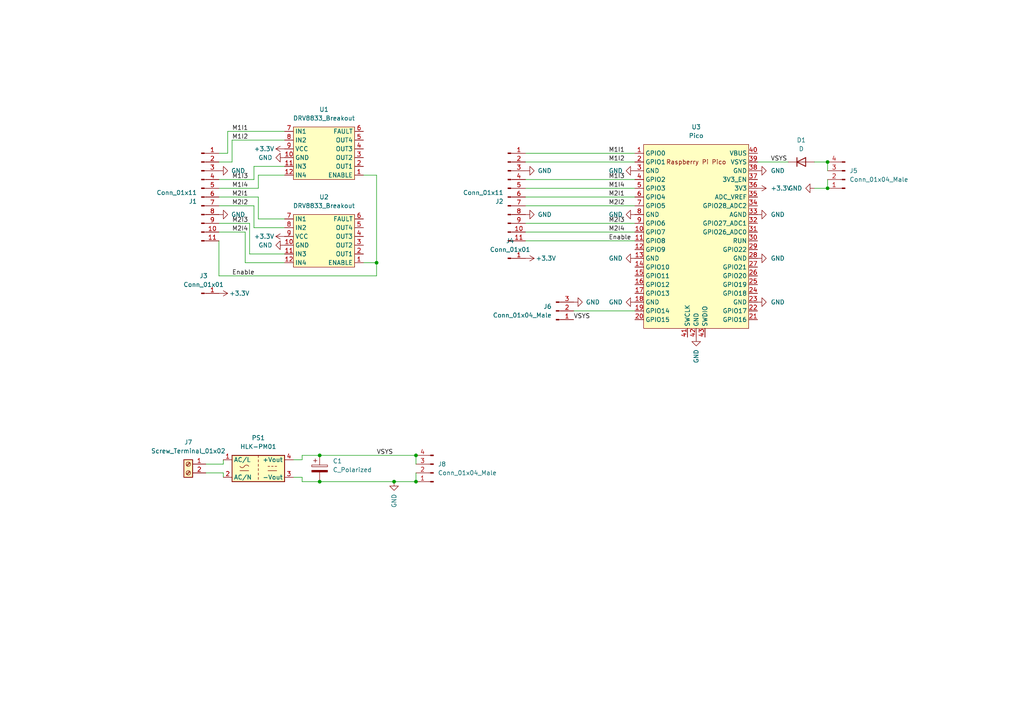
<source format=kicad_sch>
(kicad_sch (version 20211123) (generator eeschema)
  (paper "A4")
  (lib_symbols
    (symbol "Connector:Conn_01x01_Male" (pin_names (offset 1.016) hide)
      (property "Reference" "J" (at 0 2.54 0))
      (property "Value" "Conn_01x01_Male" (at 0 -2.54 0))
      (symbol "Conn_01x01_Male_1_1"
        (polyline (pts (xy 1.27 0) (xy 0.8636 0)) (stroke (width 0.1524)))
        (rectangle (start 0.8636 0.127) (end 0 -0.127) (stroke (width 0.1524)) (fill (type outline)))
        (pin passive line (at 5.08 0 180) (length 3.81) (name "Pin_1") (number "1"))
      )
    )
    (symbol "Connector:Conn_01x03_Male" (pin_names (offset 1.016) hide)
      (property "Reference" "J" (at 0 5.08 0))
      (property "Value" "Conn_01x03_Male" (at 0 -5.08 0))
      (symbol "Conn_01x03_Male_1_1"
        (polyline (pts (xy 1.27 -2.54) (xy 0.8636 -2.54)) (stroke (width 0.1524)))
        (polyline (pts (xy 1.27 0) (xy 0.8636 0)) (stroke (width 0.1524)))
        (polyline (pts (xy 1.27 2.54) (xy 0.8636 2.54)) (stroke (width 0.1524)))
        (rectangle (start 0.8636 -2.413) (end 0 -2.667) (stroke (width 0.1524)) (fill (type outline)))
        (rectangle (start 0.8636 0.127) (end 0 -0.127) (stroke (width 0.1524)) (fill (type outline)))
        (rectangle (start 0.8636 2.667) (end 0 2.413) (stroke (width 0.1524)) (fill (type outline)))
        (pin passive line (at 5.08 2.54 180) (length 3.81) (name "Pin_1") (number "1"))
        (pin passive line (at 5.08 0 180) (length 3.81) (name "Pin_2") (number "2"))
        (pin passive line (at 5.08 -2.54 180) (length 3.81) (name "Pin_3") (number "3"))
      )
    )
    (symbol "Connector:Conn_01x04_Male" (pin_names (offset 1.016) hide)
      (property "Reference" "J" (at 0 5.08 0))
      (property "Value" "Conn_01x04_Male" (at 0 -7.62 0))
      (symbol "Conn_01x04_Male_1_1"
        (polyline (pts (xy 1.27 -5.08) (xy 0.8636 -5.08)) (stroke (width 0.1524)))
        (polyline (pts (xy 1.27 -2.54) (xy 0.8636 -2.54)) (stroke (width 0.1524)))
        (polyline (pts (xy 1.27 0) (xy 0.8636 0)) (stroke (width 0.1524)))
        (polyline (pts (xy 1.27 2.54) (xy 0.8636 2.54)) (stroke (width 0.1524)))
        (rectangle (start 0.8636 -4.953) (end 0 -5.207) (stroke (width 0.1524)) (fill (type outline)))
        (rectangle (start 0.8636 -2.413) (end 0 -2.667) (stroke (width 0.1524)) (fill (type outline)))
        (rectangle (start 0.8636 0.127) (end 0 -0.127) (stroke (width 0.1524)) (fill (type outline)))
        (rectangle (start 0.8636 2.667) (end 0 2.413) (stroke (width 0.1524)) (fill (type outline)))
        (pin passive line (at 5.08 2.54 180) (length 3.81) (name "Pin_1") (number "1"))
        (pin passive line (at 5.08 0 180) (length 3.81) (name "Pin_2") (number "2"))
        (pin passive line (at 5.08 -2.54 180) (length 3.81) (name "Pin_3") (number "3"))
        (pin passive line (at 5.08 -5.08 180) (length 3.81) (name "Pin_4") (number "4"))
      )
    )
    (symbol "Connector:Conn_01x11_Male" (pin_names (offset 1.016) hide)
      (property "Reference" "J" (at 0 15.24 0))
      (property "Value" "Conn_01x11_Male" (at 0 -15.24 0))
      (symbol "Conn_01x11_Male_1_1"
        (polyline (pts (xy 1.27 -12.7) (xy 0.8636 -12.7)) (stroke (width 0.1524)))
        (polyline (pts (xy 1.27 -10.16) (xy 0.8636 -10.16)) (stroke (width 0.1524)))
        (polyline (pts (xy 1.27 -7.62) (xy 0.8636 -7.62)) (stroke (width 0.1524)))
        (polyline (pts (xy 1.27 -5.08) (xy 0.8636 -5.08)) (stroke (width 0.1524)))
        (polyline (pts (xy 1.27 -2.54) (xy 0.8636 -2.54)) (stroke (width 0.1524)))
        (polyline (pts (xy 1.27 0) (xy 0.8636 0)) (stroke (width 0.1524)))
        (polyline (pts (xy 1.27 2.54) (xy 0.8636 2.54)) (stroke (width 0.1524)))
        (polyline (pts (xy 1.27 5.08) (xy 0.8636 5.08)) (stroke (width 0.1524)))
        (polyline (pts (xy 1.27 7.62) (xy 0.8636 7.62)) (stroke (width 0.1524)))
        (polyline (pts (xy 1.27 10.16) (xy 0.8636 10.16)) (stroke (width 0.1524)))
        (polyline (pts (xy 1.27 12.7) (xy 0.8636 12.7)) (stroke (width 0.1524)))
        (rectangle (start 0.8636 -12.573) (end 0 -12.827) (stroke (width 0.1524)) (fill (type outline)))
        (rectangle (start 0.8636 -10.033) (end 0 -10.287) (stroke (width 0.1524)) (fill (type outline)))
        (rectangle (start 0.8636 -7.493) (end 0 -7.747) (stroke (width 0.1524)) (fill (type outline)))
        (rectangle (start 0.8636 -4.953) (end 0 -5.207) (stroke (width 0.1524)) (fill (type outline)))
        (rectangle (start 0.8636 -2.413) (end 0 -2.667) (stroke (width 0.1524)) (fill (type outline)))
        (rectangle (start 0.8636 0.127) (end 0 -0.127) (stroke (width 0.1524)) (fill (type outline)))
        (rectangle (start 0.8636 2.667) (end 0 2.413) (stroke (width 0.1524)) (fill (type outline)))
        (rectangle (start 0.8636 5.207) (end 0 4.953) (stroke (width 0.1524)) (fill (type outline)))
        (rectangle (start 0.8636 7.747) (end 0 7.493) (stroke (width 0.1524)) (fill (type outline)))
        (rectangle (start 0.8636 10.287) (end 0 10.033) (stroke (width 0.1524)) (fill (type outline)))
        (rectangle (start 0.8636 12.827) (end 0 12.573) (stroke (width 0.1524)) (fill (type outline)))
        (pin passive line (at 5.08 12.7 180) (length 3.81) (name "Pin_1") (number "1"))
        (pin passive line (at 5.08 -10.16 180) (length 3.81) (name "Pin_10") (number "10"))
        (pin passive line (at 5.08 -12.7 180) (length 3.81) (name "Pin_11") (number "11"))
        (pin passive line (at 5.08 10.16 180) (length 3.81) (name "Pin_2") (number "2"))
        (pin passive line (at 5.08 7.62 180) (length 3.81) (name "Pin_3") (number "3"))
        (pin passive line (at 5.08 5.08 180) (length 3.81) (name "Pin_4") (number "4"))
        (pin passive line (at 5.08 2.54 180) (length 3.81) (name "Pin_5") (number "5"))
        (pin passive line (at 5.08 0 180) (length 3.81) (name "Pin_6") (number "6"))
        (pin passive line (at 5.08 -2.54 180) (length 3.81) (name "Pin_7") (number "7"))
        (pin passive line (at 5.08 -5.08 180) (length 3.81) (name "Pin_8") (number "8"))
        (pin passive line (at 5.08 -7.62 180) (length 3.81) (name "Pin_9") (number "9"))
      )
    )
    (symbol "Connector:Screw_Terminal_01x02" (pin_names (offset 1.016) hide)
      (property "Reference" "J" (at 0 2.54 0))
      (property "Value" "Screw_Terminal_01x02" (at 0 -5.08 0))
      (symbol "Screw_Terminal_01x02_1_1"
        (rectangle (start -1.27 1.27) (end 1.27 -3.81) (stroke (width 0.254)) (fill (type background)))
        (circle (center 0 -2.54) (radius 0.635) (stroke (width 0.1524)))
        (polyline (pts (xy -0.5334 -2.2098) (xy 0.3302 -3.048)) (stroke (width 0.1524)))
        (polyline (pts (xy -0.5334 0.3302) (xy 0.3302 -0.508)) (stroke (width 0.1524)))
        (polyline (pts (xy -0.3556 -2.032) (xy 0.508 -2.8702)) (stroke (width 0.1524)))
        (polyline (pts (xy -0.3556 0.508) (xy 0.508 -0.3302)) (stroke (width 0.1524)))
        (circle (center 0 0) (radius 0.635) (stroke (width 0.1524)))
        (pin passive line (at -5.08 0 0) (length 3.81) (name "Pin_1") (number "1"))
        (pin passive line (at -5.08 -2.54 0) (length 3.81) (name "Pin_2") (number "2"))
      )
    )
    (symbol "Converter_ACDC:HLK-PM01"
      (property "Reference" "PS" (at 0 5.08 0))
      (property "Value" "HLK-PM01" (at 0 -5.08 0))
      (symbol "HLK-PM01_0_1"
        (rectangle (start -7.62 3.81) (end 7.62 -3.81) (stroke (width 0.254)) (fill (type background)))
        (arc (start -5.334 0.635) (mid -4.699 0.2495) (end -4.064 0.635))
        (arc (start -2.794 0.635) (mid -3.429 1.0072) (end -4.064 0.635))
        (polyline (pts (xy -5.334 -0.635) (xy -2.794 -0.635)))
        (polyline (pts (xy 0 -2.54) (xy 0 -3.175)))
        (polyline (pts (xy 0 -1.27) (xy 0 -1.905)))
        (polyline (pts (xy 0 0) (xy 0 -0.635)))
        (polyline (pts (xy 0 1.27) (xy 0 0.635)))
        (polyline (pts (xy 0 2.54) (xy 0 1.905)))
        (polyline (pts (xy 0 3.81) (xy 0 3.175)))
        (polyline (pts (xy 2.794 -0.635) (xy 5.334 -0.635)))
        (polyline (pts (xy 2.794 0.635) (xy 3.302 0.635)))
        (polyline (pts (xy 3.81 0.635) (xy 4.318 0.635)))
        (polyline (pts (xy 4.826 0.635) (xy 5.334 0.635)))
      )
      (symbol "HLK-PM01_1_1"
        (pin power_in line (at -10.16 2.54 0) (length 2.54) (name "AC/L") (number "1"))
        (pin power_in line (at -10.16 -2.54 0) (length 2.54) (name "AC/N") (number "2"))
        (pin power_out line (at 10.16 -2.54 180) (length 2.54) (name "-Vout") (number "3"))
        (pin power_out line (at 10.16 2.54 180) (length 2.54) (name "+Vout") (number "4"))
      )
    )
    (symbol "CustomSymbols:DRV8833_Breakout"
      (property "Reference" "U" (at 0 0 0))
      (property "Value" "DRV8833_Breakout" (at 0 0 0))
      (symbol "DRV8833_Breakout_0_1"
        (rectangle (start -8.89 7.62) (end 8.89 -7.62) (fill (type background)))
      )
      (symbol "DRV8833_Breakout_1_1"
        (pin input line (at -11.43 6.35 0) (length 2.54) (name "ENABLE") (number "1"))
        (pin power_in line (at 11.43 1.27 180) (length 2.54) (name "GND") (number "10"))
        (pin input line (at 11.43 3.81 180) (length 2.54) (name "IN3") (number "11"))
        (pin input line (at 11.43 6.35 180) (length 2.54) (name "IN4") (number "12"))
        (pin output line (at -11.43 3.81 0) (length 2.54) (name "OUT1") (number "2"))
        (pin output line (at -11.43 1.27 0) (length 2.54) (name "OUT2") (number "3"))
        (pin output line (at -11.43 -1.27 0) (length 2.54) (name "OUT3") (number "4"))
        (pin output line (at -11.43 -3.81 0) (length 2.54) (name "OUT4") (number "5"))
        (pin output line (at -11.43 -6.35 0) (length 2.54) (name "FAULT") (number "6"))
        (pin input line (at 11.43 -6.35 180) (length 2.54) (name "IN1") (number "7"))
        (pin input line (at 11.43 -3.81 180) (length 2.54) (name "IN2") (number "8"))
        (pin power_in line (at 11.43 -1.27 180) (length 2.54) (name "VCC") (number "9"))
      )
    )
    (symbol "DRV8833_Breakout_1"
      (property "Reference" "U" (at 0 0 0))
      (property "Value" "DRV8833_Breakout_1" (at 0 0 0))
      (symbol "DRV8833_Breakout_1_0_1"
        (rectangle (start -8.89 7.62) (end 8.89 -7.62) (fill (type background)))
      )
      (symbol "DRV8833_Breakout_1_1_1"
        (pin input line (at -11.43 6.35 0) (length 2.54) (name "ENABLE") (number "1"))
        (pin power_in line (at 11.43 1.27 180) (length 2.54) (name "GND") (number "10"))
        (pin input line (at 11.43 3.81 180) (length 2.54) (name "IN3") (number "11"))
        (pin input line (at 11.43 6.35 180) (length 2.54) (name "IN4") (number "12"))
        (pin output line (at -11.43 3.81 0) (length 2.54) (name "OUT1") (number "2"))
        (pin output line (at -11.43 1.27 0) (length 2.54) (name "OUT2") (number "3"))
        (pin output line (at -11.43 -1.27 0) (length 2.54) (name "OUT3") (number "4"))
        (pin output line (at -11.43 -3.81 0) (length 2.54) (name "OUT4") (number "5"))
        (pin output line (at -11.43 -6.35 0) (length 2.54) (name "FAULT") (number "6"))
        (pin input line (at 11.43 -6.35 180) (length 2.54) (name "IN1") (number "7"))
        (pin input line (at 11.43 -3.81 180) (length 2.54) (name "IN2") (number "8"))
        (pin power_in line (at 11.43 -1.27 180) (length 2.54) (name "VCC") (number "9"))
      )
    )
    (symbol "Device:C_Polarized" (pin_numbers hide) (pin_names (offset 0.254))
      (property "Reference" "C" (at 0.635 2.54 0))
      (property "Value" "C_Polarized" (at 0.635 -2.54 0))
      (symbol "C_Polarized_0_1"
        (rectangle (start -2.286 0.508) (end 2.286 1.016))
        (polyline (pts (xy -1.778 2.286) (xy -0.762 2.286)))
        (polyline (pts (xy -1.27 2.794) (xy -1.27 1.778)))
        (rectangle (start 2.286 -0.508) (end -2.286 -1.016) (fill (type outline)))
      )
      (symbol "C_Polarized_1_1"
        (pin passive line (at 0 3.81 270) (length 2.794) (name "~") (number "1"))
        (pin passive line (at 0 -3.81 90) (length 2.794) (name "~") (number "2"))
      )
    )
    (symbol "Device:D" (pin_numbers hide) (pin_names (offset 1.016) hide)
      (property "Reference" "D" (at 0 2.54 0))
      (property "Value" "D" (at 0 -2.54 0))
      (symbol "D_0_1"
        (polyline (pts (xy -1.27 1.27) (xy -1.27 -1.27)) (stroke (width 0.254)))
        (polyline (pts (xy 1.27 0) (xy -1.27 0)))
        (polyline (pts (xy 1.27 1.27) (xy 1.27 -1.27) (xy -1.27 0) (xy 1.27 1.27)) (stroke (width 0.254)))
      )
      (symbol "D_1_1"
        (pin passive line (at -3.81 0 0) (length 2.54) (name "K") (number "1"))
        (pin passive line (at 3.81 0 180) (length 2.54) (name "A") (number "2"))
      )
    )
    (symbol "MCU_RaspberryPi_and_Boards:Pico"
      (property "Reference" "U" (at -13.97 27.94 0))
      (property "Value" "Pico" (at 0 19.05 0))
      (symbol "Pico_0_0"
        (text "Raspberry Pi Pico" (at 0 21.59 0) (effects (font (size 1.27 1.27))))
      )
      (symbol "Pico_0_1"
        (rectangle (start -15.24 26.67) (end 15.24 -26.67) (fill (type background)))
      )
      (symbol "Pico_1_1"
        (pin bidirectional line (at -17.78 24.13 0) (length 2.54) (name "GPIO0") (number "1"))
        (pin bidirectional line (at -17.78 1.27 0) (length 2.54) (name "GPIO7") (number "10"))
        (pin bidirectional line (at -17.78 -1.27 0) (length 2.54) (name "GPIO8") (number "11"))
        (pin bidirectional line (at -17.78 -3.81 0) (length 2.54) (name "GPIO9") (number "12"))
        (pin power_in line (at -17.78 -6.35 0) (length 2.54) (name "GND") (number "13"))
        (pin bidirectional line (at -17.78 -8.89 0) (length 2.54) (name "GPIO10") (number "14"))
        (pin bidirectional line (at -17.78 -11.43 0) (length 2.54) (name "GPIO11") (number "15"))
        (pin bidirectional line (at -17.78 -13.97 0) (length 2.54) (name "GPIO12") (number "16"))
        (pin bidirectional line (at -17.78 -16.51 0) (length 2.54) (name "GPIO13") (number "17"))
        (pin power_in line (at -17.78 -19.05 0) (length 2.54) (name "GND") (number "18"))
        (pin bidirectional line (at -17.78 -21.59 0) (length 2.54) (name "GPIO14") (number "19"))
        (pin bidirectional line (at -17.78 21.59 0) (length 2.54) (name "GPIO1") (number "2"))
        (pin bidirectional line (at -17.78 -24.13 0) (length 2.54) (name "GPIO15") (number "20"))
        (pin bidirectional line (at 17.78 -24.13 180) (length 2.54) (name "GPIO16") (number "21"))
        (pin bidirectional line (at 17.78 -21.59 180) (length 2.54) (name "GPIO17") (number "22"))
        (pin power_in line (at 17.78 -19.05 180) (length 2.54) (name "GND") (number "23"))
        (pin bidirectional line (at 17.78 -16.51 180) (length 2.54) (name "GPIO18") (number "24"))
        (pin bidirectional line (at 17.78 -13.97 180) (length 2.54) (name "GPIO19") (number "25"))
        (pin bidirectional line (at 17.78 -11.43 180) (length 2.54) (name "GPIO20") (number "26"))
        (pin bidirectional line (at 17.78 -8.89 180) (length 2.54) (name "GPIO21") (number "27"))
        (pin power_in line (at 17.78 -6.35 180) (length 2.54) (name "GND") (number "28"))
        (pin bidirectional line (at 17.78 -3.81 180) (length 2.54) (name "GPIO22") (number "29"))
        (pin power_in line (at -17.78 19.05 0) (length 2.54) (name "GND") (number "3"))
        (pin input line (at 17.78 -1.27 180) (length 2.54) (name "RUN") (number "30"))
        (pin bidirectional line (at 17.78 1.27 180) (length 2.54) (name "GPIO26_ADC0") (number "31"))
        (pin bidirectional line (at 17.78 3.81 180) (length 2.54) (name "GPIO27_ADC1") (number "32"))
        (pin power_in line (at 17.78 6.35 180) (length 2.54) (name "AGND") (number "33"))
        (pin bidirectional line (at 17.78 8.89 180) (length 2.54) (name "GPIO28_ADC2") (number "34"))
        (pin power_in line (at 17.78 11.43 180) (length 2.54) (name "ADC_VREF") (number "35"))
        (pin power_in line (at 17.78 13.97 180) (length 2.54) (name "3V3") (number "36"))
        (pin input line (at 17.78 16.51 180) (length 2.54) (name "3V3_EN") (number "37"))
        (pin bidirectional line (at 17.78 19.05 180) (length 2.54) (name "GND") (number "38"))
        (pin power_in line (at 17.78 21.59 180) (length 2.54) (name "VSYS") (number "39"))
        (pin bidirectional line (at -17.78 16.51 0) (length 2.54) (name "GPIO2") (number "4"))
        (pin power_in line (at 17.78 24.13 180) (length 2.54) (name "VBUS") (number "40"))
        (pin input line (at -2.54 -29.21 90) (length 2.54) (name "SWCLK") (number "41"))
        (pin power_in line (at 0 -29.21 90) (length 2.54) (name "GND") (number "42"))
        (pin bidirectional line (at 2.54 -29.21 90) (length 2.54) (name "SWDIO") (number "43"))
        (pin bidirectional line (at -17.78 13.97 0) (length 2.54) (name "GPIO3") (number "5"))
        (pin bidirectional line (at -17.78 11.43 0) (length 2.54) (name "GPIO4") (number "6"))
        (pin bidirectional line (at -17.78 8.89 0) (length 2.54) (name "GPIO5") (number "7"))
        (pin power_in line (at -17.78 6.35 0) (length 2.54) (name "GND") (number "8"))
        (pin bidirectional line (at -17.78 3.81 0) (length 2.54) (name "GPIO6") (number "9"))
      )
    )
    (symbol "power:+3.3V" (power) (pin_names (offset 0))
      (property "Value" "+3.3V" (at 0 3.556 0))
      (symbol "+3.3V_0_1"
        (polyline (pts (xy -0.762 1.27) (xy 0 2.54)))
        (polyline (pts (xy 0 0) (xy 0 2.54)))
        (polyline (pts (xy 0 2.54) (xy 0.762 1.27)))
      )
      (symbol "+3.3V_1_1"
        (pin power_in line (at 0 0 90) (length 0) hide (name "+3.3V") (number "1"))
      )
    )
    (symbol "power:GND" (power) (pin_names (offset 0))
      (property "Value" "GND" (at 0 -3.81 0))
      (symbol "GND_0_1"
        (polyline (pts (xy 0 0) (xy 0 -1.27) (xy 1.27 -1.27) (xy 0 -2.54) (xy -1.27 -1.27) (xy 0 -1.27)))
      )
      (symbol "GND_1_1"
        (pin power_in line (at 0 0 270) (length 0) hide (name "GND") (number "1"))
      )
    )
  )
  (junction (at 109.22 76.2))
  (junction (at 92.71 132.08))
  (junction (at 240.03 54.61))
  (junction (at 92.71 139.7))
  (junction (at 120.65 132.08))
  (junction (at 114.3 139.7))
  (junction (at 120.65 139.7))
  (junction (at 240.03 46.99))
  (wire (pts (xy 74.93 63.5) (xy 82.55 63.5)))
  (wire (pts (xy 63.5 67.31) (xy 71.12 67.31)))
  (wire (pts (xy 152.4 64.77) (xy 184.15 64.77)))
  (wire (pts (xy 166.37 90.17) (xy 184.15 90.17)))
  (wire (pts (xy 74.93 57.15) (xy 74.93 63.5)))
  (wire (pts (xy 85.09 133.35) (xy 87.63 133.35)))
  (wire (pts (xy 92.71 139.7) (xy 114.3 139.7)))
  (wire (pts (xy 73.66 52.07) (xy 73.66 48.26)))
  (wire (pts (xy 114.3 139.7) (xy 120.65 139.7)))
  (wire (pts (xy 152.4 59.69) (xy 184.15 59.69)))
  (wire (pts (xy 109.22 76.2) (xy 109.22 80.01)))
  (wire (pts (xy 236.22 54.61) (xy 240.03 54.61)))
  (wire (pts (xy 152.4 46.99) (xy 184.15 46.99)))
  (wire (pts (xy 105.41 76.2) (xy 109.22 76.2)))
  (wire (pts (xy 82.55 73.66) (xy 72.39 73.66)))
  (wire (pts (xy 152.4 57.15) (xy 184.15 57.15)))
  (wire (pts (xy 67.31 40.64) (xy 67.31 46.99)))
  (wire (pts (xy 82.55 50.8) (xy 74.93 50.8)))
  (wire (pts (xy 87.63 133.35) (xy 87.63 132.08)))
  (wire (pts (xy 63.5 46.99) (xy 67.31 46.99)))
  (wire (pts (xy 87.63 139.7) (xy 92.71 139.7)))
  (wire (pts (xy 73.66 48.26) (xy 82.55 48.26)))
  (wire (pts (xy 92.71 132.08) (xy 120.65 132.08)))
  (wire (pts (xy 63.5 52.07) (xy 73.66 52.07)))
  (wire (pts (xy 63.5 54.61) (xy 74.93 54.61)))
  (wire (pts (xy 87.63 138.43) (xy 87.63 139.7)))
  (wire (pts (xy 63.5 44.45) (xy 66.04 44.45)))
  (wire (pts (xy 120.65 132.08) (xy 120.65 134.62)))
  (wire (pts (xy 105.41 50.8) (xy 109.22 50.8)))
  (wire (pts (xy 87.63 132.08) (xy 92.71 132.08)))
  (wire (pts (xy 152.4 52.07) (xy 184.15 52.07)))
  (wire (pts (xy 63.5 57.15) (xy 74.93 57.15)))
  (wire (pts (xy 240.03 46.99) (xy 240.03 49.53)))
  (wire (pts (xy 63.5 59.69) (xy 73.66 59.69)))
  (wire (pts (xy 66.04 44.45) (xy 66.04 38.1)))
  (wire (pts (xy 72.39 73.66) (xy 72.39 64.77)))
  (wire (pts (xy 109.22 76.2) (xy 109.22 50.8)))
  (wire (pts (xy 64.77 134.62) (xy 64.77 133.35)))
  (wire (pts (xy 63.5 64.77) (xy 72.39 64.77)))
  (wire (pts (xy 74.93 50.8) (xy 74.93 54.61)))
  (wire (pts (xy 64.77 137.16) (xy 64.77 138.43)))
  (wire (pts (xy 120.65 137.16) (xy 120.65 139.7)))
  (wire (pts (xy 66.04 38.1) (xy 82.55 38.1)))
  (wire (pts (xy 152.4 54.61) (xy 184.15 54.61)))
  (wire (pts (xy 82.55 66.04) (xy 73.66 66.04)))
  (wire (pts (xy 71.12 67.31) (xy 71.12 76.2)))
  (wire (pts (xy 219.71 46.99) (xy 228.6 46.99)))
  (wire (pts (xy 152.4 44.45) (xy 184.15 44.45)))
  (wire (pts (xy 152.4 67.31) (xy 184.15 67.31)))
  (wire (pts (xy 59.69 137.16) (xy 64.77 137.16)))
  (wire (pts (xy 236.22 46.99) (xy 240.03 46.99)))
  (wire (pts (xy 109.22 80.01) (xy 63.5 80.01)))
  (wire (pts (xy 59.69 134.62) (xy 64.77 134.62)))
  (wire (pts (xy 240.03 52.07) (xy 240.03 54.61)))
  (wire (pts (xy 71.12 76.2) (xy 82.55 76.2)))
  (wire (pts (xy 82.55 40.64) (xy 67.31 40.64)))
  (wire (pts (xy 152.4 69.85) (xy 184.15 69.85)))
  (wire (pts (xy 63.5 80.01) (xy 63.5 69.85)))
  (wire (pts (xy 73.66 66.04) (xy 73.66 59.69)))
  (wire (pts (xy 85.09 138.43) (xy 87.63 138.43)))
  (label "M1I4" (at 67.31 54.61 0))
  (label "VSYS" (at 223.52 46.99 0))
  (label "M1I3" (at 67.31 52.07 0))
  (label "M1I4" (at 176.53 54.61 0))
  (label "M2I4" (at 67.31 67.31 0))
  (label "M1I1" (at 176.53 44.45 0))
  (label "VSYS" (at 109.22 132.08 0))
  (label "M1I3" (at 176.53 52.07 0))
  (label "M2I1" (at 176.53 57.15 0))
  (label "VSYS" (at 166.37 92.71 0))
  (label "Enable" (at 176.53 69.85 0))
  (label "M1I1" (at 67.31 38.1 0))
  (label "M2I2" (at 67.31 59.69 0))
  (label "M2I1" (at 67.31 57.15 0))
  (label "M2I2" (at 176.53 59.69 0))
  (label "M2I3" (at 176.53 64.77 0))
  (label "M1I2" (at 176.53 46.99 0))
  (label "M1I2" (at 67.31 40.64 0))
  (label "M2I4" (at 176.53 67.31 0))
  (label "Enable" (at 67.31 80.01 0))
  (label "M2I3" (at 67.31 64.77 0))
  (symbol (lib_id "power:GND") (at 114.3 139.7 0) (unit 1)
    (property "Reference" "#PWR0123" (effects hide))
    (property "Value" "GND" (at 114.3 147.32 90) (effects (justify left)))
  )
  (symbol (lib_id "power:GND") (at 82.55 71.12 270) (unit 1)
    (property "Reference" "#PWR0103" (effects hide))
    (property "Value" "GND" (at 74.93 71.12 90) (effects (justify left)))
  )
  (symbol (lib_id "power:GND") (at 219.71 87.63 90) (unit 1)
    (property "Reference" "#PWR0110" (effects hide))
    (property "Value" "GND" (at 223.52 87.6299 90) (effects (justify right)))
  )
  (symbol (lib_name "DRV8833_Breakout_1") (lib_id "CustomSymbols:DRV8833_Breakout") (at 93.98 44.45 180) (unit 1)
    (property "Reference" "U1" (at 93.98 31.75 0))
    (property "Value" "DRV8833_Breakout" (at 93.98 34.29 0))
    (property "Footprint" "CustomFootprints:DRV8833_Breakout" (effects hide))
  )
  (symbol (lib_id "Device:C_Polarized") (at 92.71 135.89 0) (unit 1)
    (property "Reference" "C1" (at 96.52 133.7309 0) (effects (justify left)))
    (property "Value" "C_Polarized" (at 96.52 136.2709 0) (effects (justify left)))
    (property "Footprint" "Capacitor_THT:CP_Radial_D10.0mm_P5.00mm_P7.50mm" (effects hide))
  )
  (symbol (lib_id "power:GND") (at 166.37 87.63 90) (unit 1)
    (property "Reference" "#PWR0122" (effects hide))
    (property "Value" "GND" (at 173.99 87.63 90) (effects (justify left)))
  )
  (symbol (lib_id "Connector:Screw_Terminal_01x02") (at 54.61 134.62 0) (mirror y) (unit 1)
    (property "Reference" "J7" (at 54.61 128.27 0))
    (property "Value" "Screw_Terminal_01x02" (at 54.61 130.81 0))
    (property "Footprint" "TerminalBlock_Phoenix:TerminalBlock_Phoenix_MKDS-1,5-2-5.08_1x02_P5.08mm_Horizontal" (effects hide))
  )
  (symbol (lib_id "power:GND") (at 63.5 49.53 90) (unit 1)
    (property "Reference" "#PWR0116" (effects hide))
    (property "Value" "GND" (at 71.12 49.53 90) (effects (justify left)))
  )
  (symbol (lib_id "power:GND") (at 63.5 62.23 90) (unit 1)
    (property "Reference" "#PWR0115" (effects hide))
    (property "Value" "GND" (at 71.12 62.23 90) (effects (justify left)))
  )
  (symbol (lib_id "MCU_RaspberryPi_and_Boards:Pico") (at 201.93 68.58 0) (unit 1)
    (property "Reference" "U3" (at 201.93 36.83 0))
    (property "Value" "Pico" (at 201.93 39.37 0))
    (property "Footprint" "MCU_RaspberryPi_and_Boards:RPi_Pico_SMD_TH" (effects hide))
  )
  (symbol (lib_id "Connector:Conn_01x04_Male") (at 245.11 52.07 180) (unit 1)
    (property "Reference" "J5" (at 246.38 49.5299 0) (effects (justify right)))
    (property "Value" "Conn_01x04_Male" (at 246.38 52.0699 0) (effects (justify right)))
    (property "Footprint" "Connector_PinHeader_2.54mm:PinHeader_1x04_P2.54mm_Vertical" (effects hide))
  )
  (symbol (lib_id "power:GND") (at 184.15 87.63 270) (unit 1)
    (property "Reference" "#PWR0113" (effects hide))
    (property "Value" "GND" (at 176.53 87.63 90) (effects (justify left)))
  )
  (symbol (lib_id "power:+3.3V") (at 63.5 85.09 270) (unit 1)
    (property "Reference" "#PWR0104" (effects hide))
    (property "Value" "+3.3V" (at 72.39 85.09 90) (effects (justify right)))
  )
  (symbol (lib_id "power:GND") (at 184.15 49.53 270) (unit 1)
    (property "Reference" "#PWR0105" (effects hide))
    (property "Value" "GND" (at 176.53 49.53 90) (effects (justify left)))
  )
  (symbol (lib_id "power:GND") (at 219.71 74.93 90) (unit 1)
    (property "Reference" "#PWR0109" (effects hide))
    (property "Value" "GND" (at 223.52 74.9299 90) (effects (justify right)))
  )
  (symbol (lib_id "power:GND") (at 152.4 62.23 90) (unit 1)
    (property "Reference" "#PWR0119" (effects hide))
    (property "Value" "GND" (at 160.02 62.23 90) (effects (justify left)))
  )
  (symbol (lib_id "power:+3.3V") (at 82.55 68.58 90) (unit 1)
    (property "Reference" "#PWR0102" (effects hide))
    (property "Value" "+3.3V" (at 73.66 68.58 90) (effects (justify right)))
  )
  (symbol (lib_id "power:+3.3V") (at 82.55 43.18 90) (unit 1)
    (property "Reference" "#PWR0101" (effects hide))
    (property "Value" "+3.3V" (at 73.66 43.18 90) (effects (justify right)))
  )
  (symbol (lib_id "power:GND") (at 184.15 62.23 270) (unit 1)
    (property "Reference" "#PWR0106" (effects hide))
    (property "Value" "GND" (at 176.53 62.23 90) (effects (justify left)))
  )
  (symbol (lib_id "Connector:Conn_01x04_Male") (at 125.73 137.16 180) (unit 1)
    (property "Reference" "J8" (at 127 134.6199 0) (effects (justify right)))
    (property "Value" "Conn_01x04_Male" (at 127 137.1599 0) (effects (justify right)))
    (property "Footprint" "Connector_PinSocket_2.54mm:PinSocket_1x04_P2.54mm_Vertical" (effects hide))
  )
  (symbol (lib_id "power:GND") (at 82.55 45.72 270) (unit 1)
    (property "Reference" "#PWR0117" (effects hide))
    (property "Value" "GND" (at 74.93 45.72 90) (effects (justify left)))
  )
  (symbol (lib_id "Connector:Conn_01x01_Male") (at 147.32 74.93 0) (unit 1)
    (property "Reference" "J4" (at 147.955 69.85 0))
    (property "Value" "Conn_01x01" (at 147.955 72.39 0))
    (property "Footprint" "Connector_PinHeader_2.54mm:PinHeader_1x01_P2.54mm_Vertical" (effects hide))
  )
  (symbol (lib_id "power:GND") (at 236.22 54.61 270) (unit 1)
    (property "Reference" "#PWR0121" (effects hide))
    (property "Value" "GND" (at 228.6 54.61 90) (effects (justify left)))
  )
  (symbol (lib_id "Device:D") (at 232.41 46.99 0) (unit 1)
    (property "Reference" "D1" (at 232.41 40.64 0))
    (property "Value" "D" (at 232.41 43.18 0))
    (property "Footprint" "Diode_THT:D_DO-15_P12.70mm_Horizontal" (effects hide))
  )
  (symbol (lib_id "Converter_ACDC:HLK-PM01") (at 74.93 135.89 0) (unit 1)
    (property "Reference" "PS1" (at 74.93 127 0))
    (property "Value" "HLK-PM01" (at 74.93 129.54 0))
    (property "Footprint" "Converter_ACDC:Converter_ACDC_HiLink_HLK-PMxx" (effects hide))
    (property "Datasheet" "http://www.hlktech.net/product_detail.php?ProId=54" (effects hide))
  )
  (symbol (lib_id "power:GND") (at 219.71 49.53 90) (unit 1)
    (property "Reference" "#PWR0107" (effects hide))
    (property "Value" "GND" (at 223.52 49.5299 90) (effects (justify right)))
  )
  (symbol (lib_id "Connector:Conn_01x11_Male") (at 147.32 57.15 0) (unit 1)
    (property "Reference" "J2" (at 146.05 58.4201 0) (effects (justify right)))
    (property "Value" "Conn_01x11" (at 146.05 55.8801 0) (effects (justify right)))
    (property "Footprint" "Connector_PinHeader_2.54mm:PinHeader_1x11_P2.54mm_Vertical" (effects hide))
  )
  (symbol (lib_id "power:GND") (at 152.4 49.53 90) (unit 1)
    (property "Reference" "#PWR0118" (effects hide))
    (property "Value" "GND" (at 160.02 49.53 90) (effects (justify left)))
  )
  (symbol (lib_id "CustomSymbols:DRV8833_Breakout") (at 93.98 69.85 180) (unit 1)
    (property "Reference" "U2" (at 93.98 57.15 0))
    (property "Value" "DRV8833_Breakout" (at 93.98 59.69 0))
    (property "Footprint" "CustomFootprints:DRV8833_Breakout" (effects hide))
  )
  (symbol (lib_id "Connector:Conn_01x03_Male") (at 161.29 90.17 0) (mirror x) (unit 1)
    (property "Reference" "J6" (at 160.02 88.8999 0) (effects (justify right)))
    (property "Value" "Conn_01x04_Male" (at 160.02 91.4399 0) (effects (justify right)))
    (property "Footprint" "Connector_PinHeader_2.54mm:PinHeader_1x03_P2.54mm_Horizontal" (effects hide))
  )
  (symbol (lib_id "power:GND") (at 184.15 74.93 270) (unit 1)
    (property "Reference" "#PWR0112" (effects hide))
    (property "Value" "GND" (at 176.53 74.93 90) (effects (justify left)))
  )
  (symbol (lib_id "power:+3.3V") (at 219.71 54.61 270) (unit 1)
    (property "Reference" "#PWR0111" (effects hide))
    (property "Value" "+3.3V" (at 223.52 54.6099 90) (effects (justify left)))
  )
  (symbol (lib_id "power:GND") (at 219.71 62.23 90) (unit 1)
    (property "Reference" "#PWR0108" (effects hide))
    (property "Value" "GND" (at 223.52 62.2299 90) (effects (justify right)))
  )
  (symbol (lib_id "Connector:Conn_01x11_Male") (at 58.42 57.15 0) (unit 1)
    (property "Reference" "J1" (at 57.15 58.4201 0) (effects (justify right)))
    (property "Value" "Conn_01x11" (at 57.15 55.8801 0) (effects (justify right)))
    (property "Footprint" "Connector_PinHeader_2.54mm:PinHeader_1x11_P2.54mm_Vertical" (effects hide))
  )
  (symbol (lib_id "Connector:Conn_01x01_Male") (at 58.42 85.09 0) (unit 1)
    (property "Reference" "J3" (at 59.055 80.01 0))
    (property "Value" "Conn_01x01" (at 59.055 82.55 0))
    (property "Footprint" "Connector_PinHeader_2.54mm:PinHeader_1x01_P2.54mm_Vertical" (effects hide))
  )
  (symbol (lib_id "power:+3.3V") (at 152.4 74.93 270) (unit 1)
    (property "Reference" "#PWR0120" (effects hide))
    (property "Value" "+3.3V" (at 161.29 74.93 90) (effects (justify right)))
  )
  (symbol (lib_id "power:GND") (at 201.93 97.79 0) (unit 1)
    (property "Reference" "#PWR0114" (effects hide))
    (property "Value" "GND" (at 201.93 105.41 90) (effects (justify left)))
  )
)
</source>
